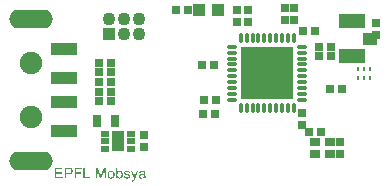
<source format=gts>
%FSLAX44Y44*%
%MOMM*%
G71*
G01*
G75*
G04 Layer_Color=8388736*
%ADD10C,0.3000*%
%ADD11C,0.4000*%
%ADD12R,1.0000X1.0000*%
%ADD13R,2.1000X1.0000*%
%ADD14R,0.6000X0.6000*%
%ADD15R,3.9400X0.5000*%
%ADD16R,0.5000X2.0000*%
%ADD17R,2.6400X0.5000*%
%ADD18R,4.9000X0.5000*%
%ADD19R,0.5000X5.0000*%
%ADD20R,4.9000X0.9000*%
%ADD21R,0.5000X2.7000*%
%ADD22R,2.2000X1.0500*%
%ADD23R,1.0500X1.0000*%
%ADD24R,0.7500X0.6500*%
%ADD25R,0.2500X0.4000*%
%ADD26O,0.7500X0.2800*%
%ADD27O,0.2800X0.7500*%
%ADD28R,4.5000X4.5000*%
%ADD29R,0.6000X0.3500*%
%ADD30R,1.0000X1.6000*%
%ADD31R,0.6000X0.6000*%
%ADD32R,0.7000X0.9000*%
%ADD33C,0.1500*%
%ADD34C,0.2500*%
%ADD35R,0.5000X0.2259*%
%ADD36R,0.1818X0.4999*%
%ADD37R,0.4999X0.3145*%
%ADD38R,0.2939X0.5000*%
%ADD39R,0.2119X0.5000*%
%ADD40R,0.5860X0.9000*%
%ADD41R,0.4872X0.5000*%
%ADD42R,0.4658X0.5000*%
%ADD43R,0.4997X0.1609*%
%ADD44R,0.3013X0.5000*%
%ADD45R,0.8000X0.3000*%
%ADD46R,0.1270X0.9398*%
%ADD47R,1.0000X0.1000*%
%ADD48R,0.1000X0.7000*%
%ADD49R,0.9000X0.3000*%
%ADD50R,0.2000X0.8000*%
%ADD51R,0.2000X0.7000*%
%ADD52R,0.2000X0.6000*%
%ADD53R,0.8000X0.2000*%
%ADD54R,1.2056X0.3999*%
%ADD55R,0.2000X1.1000*%
%ADD56R,1.0562X0.1836*%
%ADD57R,0.5334X0.2032*%
%ADD58C,1.8000*%
%ADD59O,3.6000X1.5000*%
%ADD60C,1.0000*%
%ADD61R,1.0000X1.0000*%
%ADD62C,0.6000*%
%ADD63R,0.5000X15.1000*%
%ADD64R,1.2000X1.2000*%
%ADD65O,0.7000X0.2300*%
%ADD66O,0.2300X0.7000*%
%ADD67R,1.0000X1.0000*%
%ADD68R,0.5000X0.2500*%
%ADD69R,0.8000X1.4000*%
%ADD70R,1.1000X1.1000*%
%ADD71R,2.2000X1.1000*%
%ADD72R,0.7000X0.7000*%
%ADD73R,2.3000X1.1500*%
%ADD74R,1.1500X1.1000*%
%ADD75R,0.8500X0.7500*%
%ADD76O,0.8500X0.3800*%
%ADD77O,0.3800X0.8500*%
%ADD78R,0.7400X0.4900*%
%ADD79R,1.1000X1.7000*%
%ADD80R,0.7000X0.7000*%
%ADD81R,0.8000X1.0000*%
%ADD82C,1.9000*%
%ADD83O,3.7000X1.6000*%
%ADD84C,1.1000*%
%ADD85R,1.1000X1.1000*%
G36*
X2232216Y2452951D02*
X2232436Y2452938D01*
X2232669Y2452925D01*
X2232889Y2452899D01*
X2233083Y2452874D01*
X2233109D01*
X2233200Y2452848D01*
X2233317Y2452822D01*
X2233472Y2452783D01*
X2233641Y2452718D01*
X2233822Y2452640D01*
X2234016Y2452550D01*
X2234185Y2452446D01*
X2234211Y2452433D01*
X2234262Y2452394D01*
X2234340Y2452316D01*
X2234444Y2452226D01*
X2234560Y2452109D01*
X2234677Y2451954D01*
X2234806Y2451785D01*
X2234910Y2451591D01*
X2234923Y2451565D01*
X2234949Y2451500D01*
X2235001Y2451384D01*
X2235053Y2451228D01*
X2235091Y2451047D01*
X2235143Y2450840D01*
X2235169Y2450607D01*
X2235182Y2450360D01*
Y2450347D01*
Y2450309D01*
Y2450257D01*
X2235169Y2450166D01*
X2235156Y2450075D01*
X2235143Y2449959D01*
X2235117Y2449829D01*
X2235091Y2449687D01*
X2235001Y2449389D01*
X2234949Y2449233D01*
X2234871Y2449065D01*
X2234780Y2448897D01*
X2234690Y2448741D01*
X2234573Y2448586D01*
X2234444Y2448430D01*
X2234431Y2448417D01*
X2234405Y2448391D01*
X2234366Y2448353D01*
X2234301Y2448314D01*
X2234223Y2448249D01*
X2234120Y2448184D01*
X2233990Y2448106D01*
X2233848Y2448042D01*
X2233679Y2447964D01*
X2233485Y2447886D01*
X2233278Y2447821D01*
X2233032Y2447770D01*
X2232773Y2447718D01*
X2232488Y2447679D01*
X2232164Y2447653D01*
X2231827Y2447640D01*
X2229534D01*
Y2444000D01*
X2228342D01*
Y2452964D01*
X2232021D01*
X2232216Y2452951D01*
D02*
G37*
G36*
X2226490Y2451902D02*
X2221192D01*
Y2449169D01*
X2226153D01*
Y2448106D01*
X2221192D01*
Y2445062D01*
X2226697D01*
Y2444000D01*
X2220000D01*
Y2452964D01*
X2226490D01*
Y2451902D01*
D02*
G37*
G36*
X2294615Y2450632D02*
X2294809Y2450620D01*
X2295030Y2450594D01*
X2295250Y2450555D01*
X2295470Y2450503D01*
X2295677Y2450438D01*
X2295703Y2450425D01*
X2295768Y2450399D01*
X2295859Y2450360D01*
X2295975Y2450309D01*
X2296105Y2450231D01*
X2296234Y2450153D01*
X2296351Y2450049D01*
X2296454Y2449946D01*
X2296467Y2449933D01*
X2296493Y2449894D01*
X2296532Y2449829D01*
X2296584Y2449752D01*
X2296649Y2449635D01*
X2296701Y2449518D01*
X2296752Y2449376D01*
X2296791Y2449207D01*
Y2449195D01*
X2296804Y2449156D01*
X2296817Y2449078D01*
X2296830Y2448974D01*
Y2448832D01*
X2296843Y2448663D01*
X2296856Y2448443D01*
Y2448197D01*
Y2446720D01*
Y2446707D01*
Y2446656D01*
Y2446578D01*
Y2446474D01*
Y2446358D01*
Y2446215D01*
X2296869Y2445904D01*
Y2445580D01*
X2296882Y2445257D01*
X2296895Y2445114D01*
Y2444984D01*
X2296908Y2444868D01*
X2296921Y2444777D01*
Y2444764D01*
X2296934Y2444713D01*
X2296947Y2444635D01*
X2296986Y2444531D01*
X2297012Y2444415D01*
X2297063Y2444285D01*
X2297128Y2444142D01*
X2297193Y2444000D01*
X2296040D01*
X2296027Y2444013D01*
X2296014Y2444065D01*
X2295988Y2444130D01*
X2295949Y2444233D01*
X2295910Y2444350D01*
X2295885Y2444492D01*
X2295859Y2444648D01*
X2295833Y2444816D01*
X2295820D01*
X2295807Y2444790D01*
X2295729Y2444725D01*
X2295612Y2444635D01*
X2295457Y2444518D01*
X2295263Y2444402D01*
X2295068Y2444272D01*
X2294861Y2444155D01*
X2294641Y2444065D01*
X2294615Y2444052D01*
X2294537Y2444039D01*
X2294421Y2444000D01*
X2294278Y2443961D01*
X2294097Y2443922D01*
X2293890Y2443896D01*
X2293656Y2443871D01*
X2293423Y2443858D01*
X2293320D01*
X2293242Y2443871D01*
X2293151D01*
X2293048Y2443883D01*
X2292814Y2443922D01*
X2292555Y2443987D01*
X2292270Y2444078D01*
X2292011Y2444207D01*
X2291778Y2444376D01*
X2291752Y2444402D01*
X2291687Y2444466D01*
X2291597Y2444583D01*
X2291493Y2444738D01*
X2291389Y2444933D01*
X2291299Y2445153D01*
X2291234Y2445425D01*
X2291221Y2445555D01*
X2291208Y2445710D01*
Y2445736D01*
Y2445788D01*
X2291221Y2445878D01*
X2291234Y2445995D01*
X2291260Y2446137D01*
X2291299Y2446280D01*
X2291351Y2446435D01*
X2291415Y2446578D01*
X2291428Y2446591D01*
X2291454Y2446643D01*
X2291506Y2446720D01*
X2291571Y2446811D01*
X2291649Y2446915D01*
X2291752Y2447018D01*
X2291856Y2447122D01*
X2291985Y2447213D01*
X2291998Y2447226D01*
X2292050Y2447251D01*
X2292115Y2447303D01*
X2292219Y2447355D01*
X2292335Y2447407D01*
X2292478Y2447472D01*
X2292620Y2447523D01*
X2292789Y2447575D01*
X2292802D01*
X2292853Y2447588D01*
X2292931Y2447614D01*
X2293035Y2447627D01*
X2293164Y2447653D01*
X2293333Y2447679D01*
X2293527Y2447718D01*
X2293760Y2447744D01*
X2293773D01*
X2293825Y2447757D01*
X2293890D01*
X2293980Y2447770D01*
X2294084Y2447783D01*
X2294214Y2447809D01*
X2294356Y2447821D01*
X2294511Y2447847D01*
X2294822Y2447912D01*
X2295159Y2447977D01*
X2295457Y2448055D01*
X2295600Y2448094D01*
X2295729Y2448132D01*
Y2448145D01*
Y2448171D01*
X2295742Y2448249D01*
Y2448340D01*
Y2448391D01*
Y2448417D01*
Y2448430D01*
Y2448443D01*
Y2448521D01*
X2295729Y2448651D01*
X2295703Y2448793D01*
X2295664Y2448948D01*
X2295600Y2449104D01*
X2295522Y2449246D01*
X2295418Y2449363D01*
X2295405Y2449376D01*
X2295341Y2449428D01*
X2295237Y2449480D01*
X2295107Y2449557D01*
X2294926Y2449622D01*
X2294719Y2449687D01*
X2294460Y2449726D01*
X2294162Y2449739D01*
X2294032D01*
X2293903Y2449726D01*
X2293721Y2449700D01*
X2293540Y2449674D01*
X2293346Y2449622D01*
X2293164Y2449557D01*
X2293009Y2449467D01*
X2292996Y2449454D01*
X2292944Y2449415D01*
X2292879Y2449350D01*
X2292802Y2449246D01*
X2292724Y2449117D01*
X2292633Y2448948D01*
X2292555Y2448741D01*
X2292478Y2448508D01*
X2291402Y2448651D01*
Y2448663D01*
X2291415Y2448676D01*
Y2448715D01*
X2291428Y2448767D01*
X2291467Y2448884D01*
X2291519Y2449052D01*
X2291584Y2449220D01*
X2291662Y2449402D01*
X2291765Y2449583D01*
X2291882Y2449752D01*
X2291895Y2449765D01*
X2291947Y2449816D01*
X2292024Y2449894D01*
X2292128Y2449998D01*
X2292270Y2450101D01*
X2292439Y2450205D01*
X2292633Y2450322D01*
X2292853Y2450412D01*
X2292866D01*
X2292879Y2450425D01*
X2292918Y2450438D01*
X2292970Y2450451D01*
X2293099Y2450490D01*
X2293281Y2450529D01*
X2293488Y2450568D01*
X2293747Y2450607D01*
X2294019Y2450632D01*
X2294330Y2450645D01*
X2294473D01*
X2294615Y2450632D01*
D02*
G37*
G36*
X2242812Y2451902D02*
X2237941D01*
Y2449130D01*
X2242151D01*
Y2448068D01*
X2237941D01*
Y2444000D01*
X2236750D01*
Y2452964D01*
X2242812D01*
Y2451902D01*
D02*
G37*
G36*
X2245493Y2445062D02*
X2249911D01*
Y2444000D01*
X2244302D01*
Y2452964D01*
X2245493D01*
Y2445062D01*
D02*
G37*
G36*
X2281441Y2450632D02*
X2281635Y2450620D01*
X2281842Y2450594D01*
X2282063Y2450542D01*
X2282296Y2450490D01*
X2282516Y2450412D01*
X2282529D01*
X2282542Y2450399D01*
X2282607Y2450373D01*
X2282710Y2450322D01*
X2282840Y2450257D01*
X2282982Y2450166D01*
X2283125Y2450063D01*
X2283254Y2449946D01*
X2283371Y2449816D01*
X2283384Y2449803D01*
X2283410Y2449752D01*
X2283462Y2449661D01*
X2283526Y2449557D01*
X2283591Y2449402D01*
X2283656Y2449233D01*
X2283708Y2449039D01*
X2283760Y2448819D01*
X2282684Y2448676D01*
Y2448702D01*
X2282672Y2448754D01*
X2282646Y2448845D01*
X2282607Y2448961D01*
X2282542Y2449078D01*
X2282464Y2449207D01*
X2282374Y2449337D01*
X2282244Y2449454D01*
X2282231Y2449467D01*
X2282179Y2449492D01*
X2282101Y2449544D01*
X2281985Y2449596D01*
X2281855Y2449648D01*
X2281687Y2449700D01*
X2281480Y2449726D01*
X2281259Y2449739D01*
X2281130D01*
X2281000Y2449726D01*
X2280832Y2449713D01*
X2280664Y2449674D01*
X2280482Y2449635D01*
X2280314Y2449570D01*
X2280171Y2449480D01*
X2280158Y2449467D01*
X2280119Y2449441D01*
X2280068Y2449389D01*
X2280016Y2449311D01*
X2279951Y2449233D01*
X2279899Y2449130D01*
X2279860Y2449013D01*
X2279848Y2448897D01*
Y2448884D01*
Y2448858D01*
X2279860Y2448819D01*
Y2448767D01*
X2279899Y2448638D01*
X2279977Y2448508D01*
X2279990Y2448495D01*
X2280003Y2448482D01*
X2280029Y2448443D01*
X2280081Y2448404D01*
X2280132Y2448365D01*
X2280210Y2448314D01*
X2280301Y2448275D01*
X2280405Y2448223D01*
X2280417D01*
X2280443Y2448210D01*
X2280495Y2448197D01*
X2280586Y2448158D01*
X2280715Y2448119D01*
X2280884Y2448080D01*
X2280987Y2448042D01*
X2281104Y2448016D01*
X2281234Y2447977D01*
X2281376Y2447938D01*
X2281389D01*
X2281428Y2447925D01*
X2281493Y2447912D01*
X2281570Y2447886D01*
X2281661Y2447860D01*
X2281778Y2447834D01*
X2282024Y2447757D01*
X2282296Y2447679D01*
X2282568Y2447588D01*
X2282814Y2447498D01*
X2282918Y2447459D01*
X2283008Y2447420D01*
X2283034Y2447407D01*
X2283086Y2447381D01*
X2283164Y2447342D01*
X2283280Y2447277D01*
X2283397Y2447200D01*
X2283513Y2447096D01*
X2283630Y2446979D01*
X2283734Y2446850D01*
X2283747Y2446837D01*
X2283772Y2446785D01*
X2283824Y2446707D01*
X2283876Y2446591D01*
X2283915Y2446448D01*
X2283967Y2446293D01*
X2283993Y2446111D01*
X2284006Y2445904D01*
Y2445878D01*
Y2445814D01*
X2283993Y2445710D01*
X2283967Y2445567D01*
X2283928Y2445412D01*
X2283863Y2445244D01*
X2283786Y2445049D01*
X2283682Y2444868D01*
X2283669Y2444842D01*
X2283617Y2444790D01*
X2283552Y2444700D01*
X2283449Y2444596D01*
X2283306Y2444479D01*
X2283151Y2444350D01*
X2282969Y2444233D01*
X2282749Y2444117D01*
X2282736D01*
X2282723Y2444104D01*
X2282646Y2444078D01*
X2282516Y2444039D01*
X2282348Y2443987D01*
X2282140Y2443935D01*
X2281907Y2443896D01*
X2281661Y2443871D01*
X2281376Y2443858D01*
X2281259D01*
X2281169Y2443871D01*
X2281065D01*
X2280936Y2443883D01*
X2280806Y2443896D01*
X2280664Y2443922D01*
X2280353Y2443987D01*
X2280029Y2444078D01*
X2279718Y2444207D01*
X2279576Y2444285D01*
X2279446Y2444376D01*
X2279433Y2444389D01*
X2279420Y2444402D01*
X2279342Y2444479D01*
X2279226Y2444596D01*
X2279096Y2444777D01*
X2278954Y2444998D01*
X2278811Y2445257D01*
X2278695Y2445580D01*
X2278604Y2445943D01*
X2279692Y2446111D01*
Y2446099D01*
Y2446086D01*
X2279718Y2446008D01*
X2279744Y2445878D01*
X2279796Y2445736D01*
X2279860Y2445580D01*
X2279938Y2445412D01*
X2280055Y2445244D01*
X2280197Y2445101D01*
X2280223Y2445088D01*
X2280275Y2445049D01*
X2280379Y2444998D01*
X2280508Y2444933D01*
X2280677Y2444868D01*
X2280871Y2444816D01*
X2281104Y2444777D01*
X2281376Y2444764D01*
X2281506D01*
X2281635Y2444777D01*
X2281803Y2444803D01*
X2281985Y2444842D01*
X2282179Y2444894D01*
X2282348Y2444959D01*
X2282503Y2445062D01*
X2282516Y2445075D01*
X2282568Y2445114D01*
X2282620Y2445179D01*
X2282697Y2445269D01*
X2282762Y2445373D01*
X2282827Y2445503D01*
X2282866Y2445632D01*
X2282879Y2445788D01*
Y2445801D01*
Y2445852D01*
X2282866Y2445917D01*
X2282840Y2446008D01*
X2282801Y2446099D01*
X2282736Y2446189D01*
X2282659Y2446293D01*
X2282542Y2446371D01*
X2282529Y2446384D01*
X2282490Y2446396D01*
X2282425Y2446435D01*
X2282322Y2446474D01*
X2282166Y2446526D01*
X2282076Y2446565D01*
X2281972Y2446591D01*
X2281855Y2446630D01*
X2281726Y2446669D01*
X2281583Y2446707D01*
X2281415Y2446746D01*
X2281402D01*
X2281363Y2446759D01*
X2281298Y2446772D01*
X2281221Y2446798D01*
X2281117Y2446824D01*
X2281000Y2446863D01*
X2280754Y2446928D01*
X2280469Y2447018D01*
X2280197Y2447096D01*
X2279938Y2447187D01*
X2279822Y2447238D01*
X2279731Y2447277D01*
X2279705Y2447290D01*
X2279653Y2447316D01*
X2279576Y2447368D01*
X2279472Y2447433D01*
X2279355Y2447523D01*
X2279239Y2447627D01*
X2279122Y2447744D01*
X2279018Y2447886D01*
X2279005Y2447899D01*
X2278980Y2447951D01*
X2278941Y2448042D01*
X2278902Y2448145D01*
X2278863Y2448275D01*
X2278824Y2448430D01*
X2278798Y2448586D01*
X2278785Y2448767D01*
Y2448793D01*
Y2448845D01*
X2278798Y2448922D01*
X2278811Y2449039D01*
X2278837Y2449156D01*
X2278863Y2449298D01*
X2278915Y2449428D01*
X2278980Y2449570D01*
X2278992Y2449583D01*
X2279018Y2449635D01*
X2279057Y2449700D01*
X2279122Y2449790D01*
X2279200Y2449881D01*
X2279290Y2449998D01*
X2279394Y2450101D01*
X2279524Y2450192D01*
X2279537Y2450205D01*
X2279576Y2450218D01*
X2279627Y2450257D01*
X2279705Y2450296D01*
X2279809Y2450347D01*
X2279925Y2450399D01*
X2280068Y2450451D01*
X2280223Y2450503D01*
X2280249Y2450516D01*
X2280301Y2450529D01*
X2280392Y2450555D01*
X2280508Y2450581D01*
X2280651Y2450607D01*
X2280806Y2450620D01*
X2280987Y2450645D01*
X2281298D01*
X2281441Y2450632D01*
D02*
G37*
G36*
X2267956D02*
X2268072Y2450620D01*
X2268202Y2450594D01*
X2268344Y2450568D01*
X2268513Y2450542D01*
X2268862Y2450425D01*
X2269044Y2450360D01*
X2269225Y2450270D01*
X2269407Y2450179D01*
X2269588Y2450049D01*
X2269756Y2449920D01*
X2269925Y2449765D01*
X2269938Y2449752D01*
X2269964Y2449726D01*
X2270002Y2449674D01*
X2270054Y2449609D01*
X2270119Y2449518D01*
X2270197Y2449402D01*
X2270275Y2449272D01*
X2270352Y2449130D01*
X2270430Y2448974D01*
X2270508Y2448780D01*
X2270585Y2448586D01*
X2270650Y2448365D01*
X2270702Y2448132D01*
X2270741Y2447886D01*
X2270767Y2447627D01*
X2270780Y2447342D01*
Y2447329D01*
Y2447290D01*
Y2447226D01*
Y2447135D01*
X2270767Y2447031D01*
X2270754Y2446902D01*
Y2446772D01*
X2270728Y2446630D01*
X2270689Y2446306D01*
X2270611Y2445982D01*
X2270521Y2445658D01*
X2270391Y2445360D01*
Y2445347D01*
X2270378Y2445334D01*
X2270352Y2445295D01*
X2270326Y2445244D01*
X2270236Y2445114D01*
X2270119Y2444959D01*
X2269964Y2444777D01*
X2269769Y2444596D01*
X2269549Y2444415D01*
X2269290Y2444246D01*
X2269277D01*
X2269264Y2444233D01*
X2269225Y2444207D01*
X2269160Y2444181D01*
X2269096Y2444155D01*
X2269018Y2444130D01*
X2268824Y2444052D01*
X2268603Y2443987D01*
X2268331Y2443922D01*
X2268046Y2443871D01*
X2267735Y2443858D01*
X2267606D01*
X2267502Y2443871D01*
X2267386Y2443883D01*
X2267256Y2443909D01*
X2267101Y2443935D01*
X2266945Y2443961D01*
X2266595Y2444065D01*
X2266401Y2444142D01*
X2266220Y2444220D01*
X2266039Y2444324D01*
X2265857Y2444440D01*
X2265689Y2444570D01*
X2265520Y2444725D01*
X2265507Y2444738D01*
X2265482Y2444764D01*
X2265443Y2444816D01*
X2265391Y2444894D01*
X2265326Y2444984D01*
X2265261Y2445088D01*
X2265184Y2445218D01*
X2265106Y2445373D01*
X2265028Y2445542D01*
X2264950Y2445736D01*
X2264886Y2445943D01*
X2264821Y2446163D01*
X2264769Y2446409D01*
X2264730Y2446669D01*
X2264704Y2446953D01*
X2264691Y2447251D01*
Y2447277D01*
Y2447329D01*
X2264704Y2447420D01*
Y2447549D01*
X2264717Y2447692D01*
X2264743Y2447873D01*
X2264769Y2448055D01*
X2264821Y2448262D01*
X2264873Y2448469D01*
X2264937Y2448689D01*
X2265015Y2448922D01*
X2265119Y2449143D01*
X2265222Y2449350D01*
X2265365Y2449557D01*
X2265507Y2449752D01*
X2265689Y2449920D01*
X2265702Y2449933D01*
X2265728Y2449946D01*
X2265779Y2449985D01*
X2265844Y2450037D01*
X2265922Y2450088D01*
X2266026Y2450153D01*
X2266129Y2450218D01*
X2266259Y2450283D01*
X2266401Y2450347D01*
X2266557Y2450412D01*
X2266906Y2450529D01*
X2267308Y2450620D01*
X2267515Y2450632D01*
X2267735Y2450645D01*
X2267865D01*
X2267956Y2450632D01*
D02*
G37*
G36*
X2263318Y2444000D02*
X2262178D01*
Y2451500D01*
X2259561Y2444000D01*
X2258499D01*
X2255909Y2451630D01*
Y2444000D01*
X2254769D01*
Y2452964D01*
X2256543D01*
X2258668Y2446604D01*
Y2446591D01*
X2258681Y2446565D01*
X2258694Y2446526D01*
X2258719Y2446461D01*
X2258771Y2446306D01*
X2258836Y2446111D01*
X2258901Y2445891D01*
X2258979Y2445671D01*
X2259043Y2445464D01*
X2259095Y2445282D01*
X2259108Y2445308D01*
X2259121Y2445373D01*
X2259160Y2445490D01*
X2259212Y2445645D01*
X2259276Y2445852D01*
X2259367Y2446099D01*
X2259458Y2446384D01*
X2259574Y2446720D01*
X2261725Y2452964D01*
X2263318D01*
Y2444000D01*
D02*
G37*
G36*
X2273150Y2449765D02*
X2273163Y2449778D01*
X2273176Y2449803D01*
X2273215Y2449842D01*
X2273280Y2449907D01*
X2273345Y2449972D01*
X2273422Y2450049D01*
X2273526Y2450127D01*
X2273630Y2450205D01*
X2273889Y2450373D01*
X2274187Y2450503D01*
X2274355Y2450568D01*
X2274536Y2450607D01*
X2274731Y2450632D01*
X2274925Y2450645D01*
X2275029D01*
X2275145Y2450632D01*
X2275288Y2450620D01*
X2275456Y2450581D01*
X2275650Y2450542D01*
X2275858Y2450477D01*
X2276052Y2450399D01*
X2276078Y2450386D01*
X2276143Y2450360D01*
X2276246Y2450296D01*
X2276363Y2450218D01*
X2276505Y2450127D01*
X2276648Y2450011D01*
X2276803Y2449868D01*
X2276933Y2449713D01*
X2276946Y2449700D01*
X2276985Y2449635D01*
X2277049Y2449544D01*
X2277127Y2449428D01*
X2277218Y2449272D01*
X2277309Y2449091D01*
X2277399Y2448884D01*
X2277477Y2448663D01*
Y2448651D01*
X2277490Y2448638D01*
X2277503Y2448599D01*
X2277516Y2448560D01*
X2277542Y2448430D01*
X2277581Y2448262D01*
X2277619Y2448068D01*
X2277658Y2447847D01*
X2277671Y2447601D01*
X2277684Y2447342D01*
Y2447329D01*
Y2447264D01*
Y2447187D01*
X2277671Y2447070D01*
X2277658Y2446928D01*
X2277645Y2446772D01*
X2277619Y2446591D01*
X2277581Y2446396D01*
X2277477Y2445982D01*
X2277412Y2445762D01*
X2277334Y2445555D01*
X2277244Y2445334D01*
X2277127Y2445140D01*
X2276998Y2444946D01*
X2276855Y2444764D01*
X2276842Y2444751D01*
X2276816Y2444725D01*
X2276777Y2444687D01*
X2276713Y2444622D01*
X2276622Y2444557D01*
X2276531Y2444479D01*
X2276428Y2444402D01*
X2276298Y2444311D01*
X2276156Y2444233D01*
X2276013Y2444142D01*
X2275663Y2444000D01*
X2275482Y2443935D01*
X2275288Y2443896D01*
X2275080Y2443871D01*
X2274873Y2443858D01*
X2274821D01*
X2274757Y2443871D01*
X2274679D01*
X2274588Y2443883D01*
X2274472Y2443909D01*
X2274212Y2443974D01*
X2274070Y2444026D01*
X2273927Y2444091D01*
X2273772Y2444168D01*
X2273630Y2444259D01*
X2273474Y2444376D01*
X2273332Y2444505D01*
X2273202Y2444648D01*
X2273073Y2444816D01*
Y2444000D01*
X2272049D01*
Y2452964D01*
X2273150D01*
Y2449765D01*
D02*
G37*
G36*
X2288164Y2443896D02*
Y2443883D01*
X2288151Y2443845D01*
X2288125Y2443793D01*
X2288099Y2443728D01*
X2288060Y2443637D01*
X2288022Y2443534D01*
X2287931Y2443313D01*
X2287840Y2443067D01*
X2287737Y2442821D01*
X2287633Y2442601D01*
X2287581Y2442510D01*
X2287542Y2442420D01*
X2287529Y2442394D01*
X2287490Y2442329D01*
X2287426Y2442238D01*
X2287348Y2442122D01*
X2287244Y2441992D01*
X2287128Y2441863D01*
X2287011Y2441733D01*
X2286869Y2441629D01*
X2286856Y2441617D01*
X2286804Y2441591D01*
X2286726Y2441552D01*
X2286609Y2441500D01*
X2286480Y2441448D01*
X2286324Y2441409D01*
X2286156Y2441383D01*
X2285962Y2441370D01*
X2285910D01*
X2285845Y2441383D01*
X2285755D01*
X2285651Y2441409D01*
X2285534Y2441435D01*
X2285405Y2441461D01*
X2285262Y2441513D01*
X2285146Y2442536D01*
X2285159D01*
X2285210Y2442523D01*
X2285275Y2442510D01*
X2285353Y2442484D01*
X2285560Y2442446D01*
X2285768Y2442433D01*
X2285832D01*
X2285897Y2442446D01*
X2285975D01*
X2286169Y2442484D01*
X2286260Y2442523D01*
X2286350Y2442562D01*
X2286363D01*
X2286389Y2442588D01*
X2286428Y2442614D01*
X2286480Y2442653D01*
X2286597Y2442756D01*
X2286700Y2442899D01*
Y2442912D01*
X2286726Y2442938D01*
X2286752Y2442990D01*
X2286778Y2443067D01*
X2286830Y2443171D01*
X2286882Y2443326D01*
X2286959Y2443508D01*
X2287037Y2443728D01*
Y2443741D01*
X2287063Y2443793D01*
X2287089Y2443883D01*
X2287141Y2444000D01*
X2284679Y2450503D01*
X2285845D01*
X2287205Y2446733D01*
Y2446720D01*
X2287218Y2446707D01*
X2287231Y2446669D01*
X2287244Y2446604D01*
X2287270Y2446539D01*
X2287296Y2446461D01*
X2287361Y2446280D01*
X2287439Y2446060D01*
X2287516Y2445801D01*
X2287594Y2445529D01*
X2287672Y2445231D01*
Y2445244D01*
X2287685Y2445269D01*
X2287698Y2445308D01*
X2287711Y2445360D01*
X2287724Y2445425D01*
X2287749Y2445503D01*
X2287801Y2445697D01*
X2287866Y2445917D01*
X2287957Y2446176D01*
X2288034Y2446435D01*
X2288138Y2446707D01*
X2289537Y2450503D01*
X2290638D01*
X2288164Y2443896D01*
D02*
G37*
%LPC*%
G36*
X2274951Y2449739D02*
X2274757D01*
X2274705Y2449726D01*
X2274562Y2449700D01*
X2274394Y2449661D01*
X2274200Y2449583D01*
X2273992Y2449467D01*
X2273889Y2449402D01*
X2273785Y2449311D01*
X2273681Y2449220D01*
X2273578Y2449104D01*
Y2449091D01*
X2273552Y2449078D01*
X2273526Y2449039D01*
X2273500Y2448987D01*
X2273461Y2448922D01*
X2273409Y2448845D01*
X2273371Y2448754D01*
X2273319Y2448651D01*
X2273267Y2448521D01*
X2273228Y2448391D01*
X2273176Y2448236D01*
X2273137Y2448080D01*
X2273111Y2447899D01*
X2273085Y2447705D01*
X2273060Y2447511D01*
Y2447290D01*
Y2447277D01*
Y2447238D01*
Y2447174D01*
Y2447096D01*
X2273073Y2447005D01*
Y2446889D01*
X2273098Y2446643D01*
X2273137Y2446371D01*
X2273189Y2446086D01*
X2273267Y2445827D01*
X2273319Y2445710D01*
X2273371Y2445606D01*
Y2445593D01*
X2273396Y2445567D01*
X2273422Y2445529D01*
X2273461Y2445477D01*
X2273578Y2445334D01*
X2273746Y2445192D01*
X2273940Y2445036D01*
X2274187Y2444894D01*
X2274316Y2444842D01*
X2274472Y2444803D01*
X2274614Y2444777D01*
X2274783Y2444764D01*
X2274847D01*
X2274899Y2444777D01*
X2275042Y2444803D01*
X2275210Y2444842D01*
X2275404Y2444920D01*
X2275612Y2445023D01*
X2275819Y2445179D01*
X2275922Y2445282D01*
X2276026Y2445386D01*
Y2445399D01*
X2276052Y2445412D01*
X2276078Y2445451D01*
X2276104Y2445503D01*
X2276156Y2445567D01*
X2276194Y2445645D01*
X2276246Y2445749D01*
X2276298Y2445852D01*
X2276337Y2445982D01*
X2276389Y2446111D01*
X2276441Y2446267D01*
X2276479Y2446435D01*
X2276505Y2446617D01*
X2276531Y2446811D01*
X2276557Y2447031D01*
Y2447251D01*
Y2447264D01*
Y2447303D01*
Y2447368D01*
X2276544Y2447459D01*
Y2447562D01*
X2276531Y2447692D01*
X2276492Y2447964D01*
X2276441Y2448262D01*
X2276350Y2448586D01*
X2276220Y2448871D01*
X2276143Y2449013D01*
X2276052Y2449130D01*
Y2449143D01*
X2276026Y2449156D01*
X2275961Y2449220D01*
X2275858Y2449324D01*
X2275715Y2449441D01*
X2275534Y2449544D01*
X2275327Y2449648D01*
X2275080Y2449713D01*
X2274951Y2449739D01*
D02*
G37*
G36*
X2232099Y2451902D02*
X2229534D01*
Y2448702D01*
X2231944D01*
X2232034Y2448715D01*
X2232125D01*
X2232229Y2448728D01*
X2232475Y2448754D01*
X2232747Y2448806D01*
X2233019Y2448884D01*
X2233265Y2448987D01*
X2233382Y2449052D01*
X2233472Y2449130D01*
X2233498Y2449156D01*
X2233550Y2449207D01*
X2233628Y2449311D01*
X2233718Y2449441D01*
X2233809Y2449609D01*
X2233887Y2449816D01*
X2233938Y2450049D01*
X2233964Y2450322D01*
Y2450334D01*
Y2450347D01*
Y2450412D01*
X2233952Y2450529D01*
X2233926Y2450658D01*
X2233900Y2450801D01*
X2233848Y2450969D01*
X2233770Y2451125D01*
X2233679Y2451280D01*
X2233667Y2451293D01*
X2233628Y2451345D01*
X2233563Y2451410D01*
X2233485Y2451500D01*
X2233369Y2451591D01*
X2233239Y2451669D01*
X2233096Y2451747D01*
X2232928Y2451811D01*
X2232915D01*
X2232863Y2451824D01*
X2232786Y2451837D01*
X2232682Y2451863D01*
X2232527Y2451876D01*
X2232332Y2451889D01*
X2232099Y2451902D01*
D02*
G37*
G36*
X2295742Y2447264D02*
X2295729D01*
X2295716Y2447251D01*
X2295677Y2447238D01*
X2295625Y2447226D01*
X2295561Y2447200D01*
X2295483Y2447174D01*
X2295392Y2447148D01*
X2295289Y2447122D01*
X2295172Y2447083D01*
X2295030Y2447057D01*
X2294887Y2447018D01*
X2294719Y2446979D01*
X2294537Y2446941D01*
X2294356Y2446902D01*
X2294149Y2446876D01*
X2293929Y2446837D01*
X2293903D01*
X2293825Y2446824D01*
X2293695Y2446798D01*
X2293553Y2446772D01*
X2293397Y2446746D01*
X2293242Y2446707D01*
X2293099Y2446669D01*
X2292970Y2446617D01*
X2292957D01*
X2292918Y2446591D01*
X2292866Y2446565D01*
X2292814Y2446526D01*
X2292659Y2446422D01*
X2292529Y2446267D01*
Y2446254D01*
X2292504Y2446228D01*
X2292491Y2446176D01*
X2292465Y2446111D01*
X2292439Y2446034D01*
X2292413Y2445956D01*
X2292400Y2445852D01*
X2292387Y2445749D01*
Y2445736D01*
Y2445671D01*
X2292400Y2445593D01*
X2292426Y2445490D01*
X2292465Y2445373D01*
X2292529Y2445257D01*
X2292607Y2445127D01*
X2292711Y2445010D01*
X2292724Y2444998D01*
X2292776Y2444972D01*
X2292853Y2444920D01*
X2292957Y2444868D01*
X2293099Y2444816D01*
X2293268Y2444764D01*
X2293462Y2444738D01*
X2293695Y2444725D01*
X2293799D01*
X2293929Y2444738D01*
X2294071Y2444764D01*
X2294252Y2444790D01*
X2294434Y2444842D01*
X2294628Y2444907D01*
X2294822Y2444998D01*
X2294848Y2445010D01*
X2294900Y2445049D01*
X2294991Y2445114D01*
X2295094Y2445205D01*
X2295211Y2445308D01*
X2295341Y2445438D01*
X2295444Y2445593D01*
X2295548Y2445762D01*
X2295561Y2445775D01*
X2295574Y2445827D01*
X2295600Y2445917D01*
X2295638Y2446034D01*
X2295677Y2446189D01*
X2295703Y2446371D01*
X2295716Y2446591D01*
X2295729Y2446850D01*
X2295742Y2447264D01*
D02*
G37*
G36*
X2267735Y2449739D02*
X2267658D01*
X2267593Y2449726D01*
X2267451Y2449713D01*
X2267256Y2449661D01*
X2267036Y2449583D01*
X2266803Y2449480D01*
X2266583Y2449324D01*
X2266466Y2449220D01*
X2266362Y2449117D01*
Y2449104D01*
X2266337Y2449091D01*
X2266311Y2449052D01*
X2266272Y2449000D01*
X2266233Y2448936D01*
X2266194Y2448858D01*
X2266142Y2448754D01*
X2266090Y2448651D01*
X2266039Y2448521D01*
X2265987Y2448391D01*
X2265948Y2448236D01*
X2265909Y2448068D01*
X2265870Y2447886D01*
X2265844Y2447692D01*
X2265831Y2447472D01*
X2265818Y2447251D01*
Y2447238D01*
Y2447200D01*
Y2447135D01*
X2265831Y2447044D01*
Y2446941D01*
X2265844Y2446824D01*
X2265883Y2446552D01*
X2265948Y2446241D01*
X2266051Y2445930D01*
X2266181Y2445632D01*
X2266272Y2445503D01*
X2266362Y2445373D01*
X2266375D01*
X2266388Y2445347D01*
X2266466Y2445282D01*
X2266583Y2445179D01*
X2266738Y2445075D01*
X2266932Y2444959D01*
X2267166Y2444855D01*
X2267438Y2444790D01*
X2267580Y2444777D01*
X2267735Y2444764D01*
X2267813D01*
X2267878Y2444777D01*
X2268020Y2444803D01*
X2268215Y2444842D01*
X2268422Y2444920D01*
X2268655Y2445023D01*
X2268875Y2445179D01*
X2268992Y2445282D01*
X2269096Y2445386D01*
X2269109Y2445399D01*
X2269122Y2445412D01*
X2269147Y2445451D01*
X2269186Y2445503D01*
X2269225Y2445567D01*
X2269277Y2445645D01*
X2269329Y2445749D01*
X2269381Y2445852D01*
X2269433Y2445982D01*
X2269471Y2446125D01*
X2269523Y2446280D01*
X2269562Y2446448D01*
X2269601Y2446643D01*
X2269627Y2446837D01*
X2269653Y2447057D01*
Y2447290D01*
Y2447303D01*
Y2447342D01*
Y2447407D01*
X2269640Y2447485D01*
Y2447588D01*
X2269627Y2447705D01*
X2269588Y2447977D01*
X2269523Y2448262D01*
X2269420Y2448573D01*
X2269277Y2448858D01*
X2269199Y2449000D01*
X2269096Y2449117D01*
Y2449130D01*
X2269070Y2449143D01*
X2268992Y2449220D01*
X2268875Y2449311D01*
X2268720Y2449428D01*
X2268526Y2449544D01*
X2268293Y2449648D01*
X2268033Y2449713D01*
X2267891Y2449726D01*
X2267735Y2449739D01*
D02*
G37*
%LPD*%
D25*
X2476966Y2537020D02*
D03*
Y2529020D02*
D03*
X2481966Y2537020D02*
D03*
Y2529020D02*
D03*
X2486966Y2537020D02*
D03*
Y2529020D02*
D03*
D28*
X2400000Y2533000D02*
D03*
D70*
X2342140Y2586360D02*
D03*
X2358140D02*
D03*
D71*
X2228026Y2553910D02*
D03*
Y2528910D02*
D03*
Y2508910D02*
D03*
Y2483910D02*
D03*
D72*
X2415000Y2588000D02*
D03*
Y2578000D02*
D03*
X2295276Y2470616D02*
D03*
Y2480616D02*
D03*
X2461900Y2474520D02*
D03*
Y2464520D02*
D03*
X2429388Y2499158D02*
D03*
Y2489158D02*
D03*
X2492126Y2565358D02*
D03*
Y2575358D02*
D03*
X2423000Y2578000D02*
D03*
Y2588000D02*
D03*
X2374524Y2576788D02*
D03*
Y2586788D02*
D03*
X2383414Y2576788D02*
D03*
Y2586788D02*
D03*
D73*
X2472060Y2547734D02*
D03*
Y2577234D02*
D03*
D74*
X2487310Y2562484D02*
D03*
D75*
X2440264Y2464854D02*
D03*
X2453264D02*
D03*
X2440264Y2474854D02*
D03*
X2453264D02*
D03*
D76*
X2370250Y2555500D02*
D03*
Y2550500D02*
D03*
Y2545500D02*
D03*
Y2540500D02*
D03*
Y2535500D02*
D03*
Y2530500D02*
D03*
Y2525500D02*
D03*
Y2520500D02*
D03*
X2370250Y2515500D02*
D03*
X2370250Y2510500D02*
D03*
X2429750D02*
D03*
X2429750Y2515500D02*
D03*
X2429750Y2520500D02*
D03*
Y2525500D02*
D03*
Y2530500D02*
D03*
Y2535500D02*
D03*
Y2540500D02*
D03*
Y2545500D02*
D03*
Y2550500D02*
D03*
Y2555500D02*
D03*
D77*
X2377500Y2503250D02*
D03*
X2382500D02*
D03*
X2387500D02*
D03*
X2392500D02*
D03*
X2397500D02*
D03*
X2402500D02*
D03*
X2407500D02*
D03*
X2412500D02*
D03*
X2417500Y2503250D02*
D03*
X2422500Y2503250D02*
D03*
Y2562750D02*
D03*
X2417500Y2562750D02*
D03*
X2412500Y2562750D02*
D03*
X2407500D02*
D03*
X2402500D02*
D03*
X2397500D02*
D03*
X2392500D02*
D03*
X2387500D02*
D03*
X2382500D02*
D03*
X2377500D02*
D03*
D78*
X2284862Y2468966D02*
D03*
X2262862D02*
D03*
X2284862Y2475466D02*
D03*
Y2481966D02*
D03*
X2262862Y2475466D02*
D03*
Y2481966D02*
D03*
D79*
X2273862Y2475466D02*
D03*
D80*
X2257256Y2541910D02*
D03*
X2267256D02*
D03*
X2267256Y2509398D02*
D03*
X2257256D02*
D03*
X2267256Y2517526D02*
D03*
X2257256D02*
D03*
X2267256Y2525654D02*
D03*
X2257256D02*
D03*
X2267256Y2533782D02*
D03*
X2257256D02*
D03*
X2322534Y2586614D02*
D03*
X2332534D02*
D03*
X2354886Y2540132D02*
D03*
X2344886D02*
D03*
X2356156Y2510668D02*
D03*
X2346156D02*
D03*
X2355902Y2498730D02*
D03*
X2345902D02*
D03*
X2445564Y2482982D02*
D03*
X2435564D02*
D03*
X2452836Y2519558D02*
D03*
X2462836D02*
D03*
X2443946Y2547498D02*
D03*
X2453946D02*
D03*
X2443946Y2555626D02*
D03*
X2453946D02*
D03*
X2440484Y2568834D02*
D03*
X2430484D02*
D03*
D81*
X2271026Y2492888D02*
D03*
X2256026D02*
D03*
D82*
X2200026Y2495910D02*
D03*
Y2541910D02*
D03*
D83*
Y2458910D02*
D03*
Y2578910D02*
D03*
D84*
X2290958Y2579248D02*
D03*
Y2566548D02*
D03*
X2278258Y2579248D02*
D03*
Y2566548D02*
D03*
X2265558Y2579248D02*
D03*
D85*
Y2566548D02*
D03*
M02*

</source>
